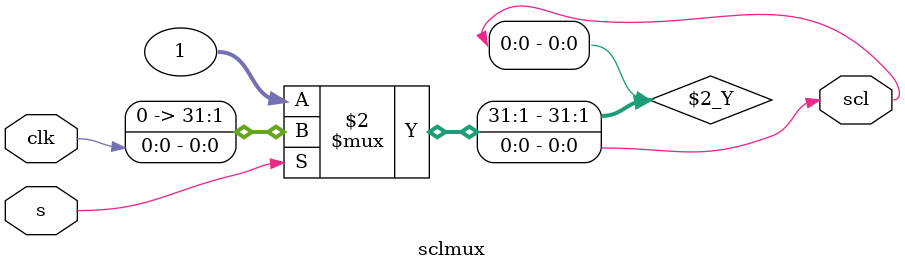
<source format=sv>
module sclmux(input logic clk, s, output logic scl);

	assign scl = s ? clk : 1;
	
endmodule


</source>
